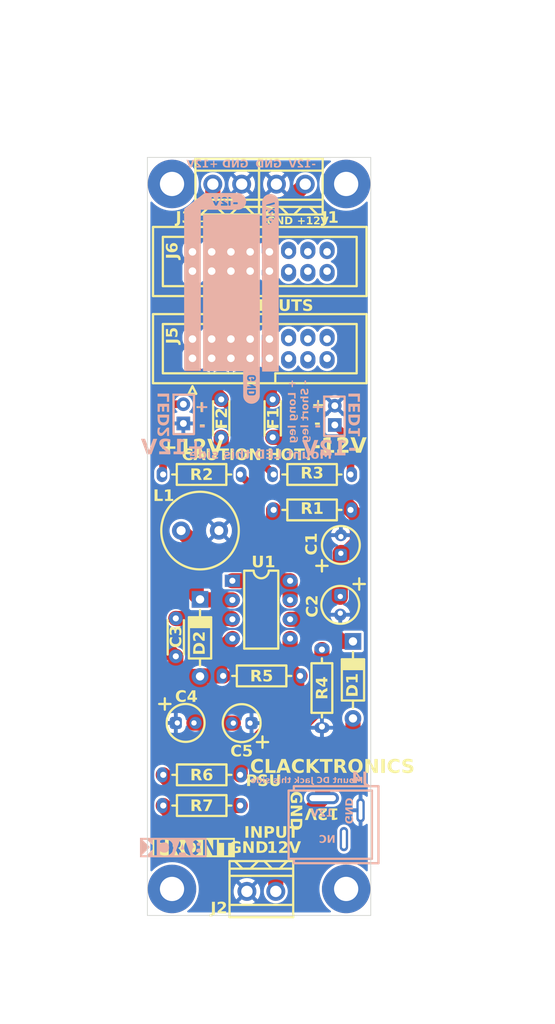
<source format=kicad_pcb>
(kicad_pcb (version 20240108) (generator "pcbnew") (generator_version "8.0")
  (layers (0 "F.Cu" signal) (31 "B.Cu" signal) (34 "B.Paste" user) (35 "F.Paste" user) (36 "B.SilkS" user "B.Silkscreen") (37 "F.SilkS" user "F.Silkscreen") (38 "B.Mask" user) (39 "F.Mask" user) (44 "Edge.Cuts" user))
  (net 0 "")
  (net 1 "VCC")
  (net 2 "GND")
  (net 3 "Net-(U1-TC)")
  (net 4 "Net-(D2-A)")
  (net 5 "Net-(D1-A)")
  (net 6 "Net-(R4-Pad2)")
  (net 7 "-12V")
  (net 8 "+12V")
  (net 22 "Net-(LED1-K)")
  (net 23 "Net-(LED2-A)")
  (net 24 "Net-(U1-DC)")
  (net 25 "Net-(U1-Vfb)")
  (net 26 "Net-(R6-Pad1)")
  (net 27 "Net-(D2-K)")
  (footprint "BYOM_General:L_Radial_D10.0mm_P5.00mm_Neosid_SD12_style3" (layer "F.Cu") (at 124.7 95.225)
    (property "Reference" "L1" (at -2.3 -4.525 0) (layer "F.SilkS") (effects (font (size 1.5 1.5) (thickness 0.3) (bold yes))))
    (property "Value" "220μH")
    (pad "1" thru_hole circle (at 0 0) (size 2.4 2.4) (drill 1.2) (layers "*.Cu" "*.Mask") (net 27 "Net-(D2-K)"))
    (pad "2" thru_hole circle (at 5 0) (size 2.4 2.4) (drill 1.2) (layers "*.Cu" "*.Mask") (net 2 "GND"))
  )
  (footprint "BYOM_General:R_TH_Axial_250mw_P10.16mm_Horizontal" (layer "F.Cu") (at 122.32 87.825)
    (property "Reference" "R2" (at 5.08 0.1 0) (layer "F.SilkS") (effects (font (size 1.5 1.5) (thickness 0.2) (bold yes))))
    (property "Value" "1.5kΩ")
    (pad "1" thru_hole oval (at 0 0 180) (size 1.4 2) (drill 0.8 (offset 0.15 0)) (layers "*.Cu" "*.Mask") (net 23 "Net-(LED2-A)"))
    (pad "2" thru_hole oval (at 10.16 0) (size 1.4 2) (drill 0.8 (offset 0.15 0)) (layers "*.Cu" "*.Mask") (net 8 "+12V"))
  )
  (footprint "BYOM_General:R_TH_Axial_250mw_P10.16mm_Horizontal" (layer "F.Cu") (at 122.34 127.45)
    (property "Reference" "R6" (at 5.08 0.1 0) (layer "F.SilkS") (effects (font (size 1.5 1.5) (thickness 0.2) (bold yes))))
    (property "Value" "1.5kΩ")
    (pad "1" thru_hole oval (at 0 0 180) (size 1.4 2) (drill 0.8 (offset 0.15 0)) (layers "*.Cu" "*.Mask") (net 26 "Net-(R6-Pad1)"))
    (pad "2" thru_hole oval (at 10.16 0) (size 1.4 2) (drill 0.8 (offset 0.15 0)) (layers "*.Cu" "*.Mask") (net 25 "Net-(U1-Vfb)"))
  )
  (footprint "BYOM_General:IDC-Header_2x08_P2.54mm_Vertical" (layer "F.Cu") (at 126.2 61 90)
    (property "Reference" "J6" (at 2.7 -2.6 90) (layer "F.SilkS") (effects (font (size 1.5 1.5) (thickness 0.2) (bold yes))))
    (property "Value" "EURORACK_16_PIN")
    (pad "1" thru_hole roundrect (at 0 0 90) (size 2.3 2) (drill 1 (offset -0.2 0)) (layers "*.Cu" "*.Mask") (roundrect_rratio 0.147059) (net 7 "-12V"))
    (pad "2" thru_hole oval (at 2.54 0 90) (size 2.3 2) (drill 1 (offset 0.2 0)) (layers "*.Cu" "*.Mask") (net 7 "-12V"))
    (pad "3" thru_hole oval (at 0 2.54 90) (size 2.3 2) (drill 1 (offset -0.2 0)) (layers "*.Cu" "*.Mask") (net 2 "GND"))
    (pad "4" thru_hole oval (at 2.54 2.54 90) (size 2.3 2) (drill 1 (offset 0.2 0)) (layers "*.Cu" "*.Mask") (net 2 "GND"))
    (pad "5" thru_hole oval (at 0 5.08 90) (size 2.3 2) (drill 1 (offset -0.2 0)) (layers "*.Cu" "*.Mask") (net 2 "GND"))
    (pad "6" thru_hole oval (at 2.54 5.08 90) (size 2.3 2) (drill 1 (offset 0.2 0)) (layers "*.Cu" "*.Mask") (net 2 "GND"))
    (pad "7" thru_hole oval (at 0 7.62 90) (size 2.3 2) (drill 1 (offset -0.2 0)) (layers "*.Cu" "*.Mask") (net 2 "GND"))
    (pad "8" thru_hole oval (at 2.54 7.62 90) (size 2.3 2) (drill 1 (offset 0.2 0)) (layers "*.Cu" "*.Mask") (net 2 "GND"))
    (pad "9" thru_hole oval (at 0 10.16 90) (size 2.3 2) (drill 1 (offset -0.2 0)) (layers "*.Cu" "*.Mask") (net 8 "+12V"))
    (pad "10" thru_hole oval (at 2.54 10.16 90) (size 2.3 2) (drill 1 (offset 0.2 0)) (layers "*.Cu" "*.Mask") (net 8 "+12V"))
    (pad "11" thru_hole oval (at 0 12.7 90) (size 2.3 2) (drill 1 (offset -0.2 0)) (layers "*.Cu" "*.Mask"))
    (pad "12" thru_hole oval (at 2.54 12.7 90) (size 2.3 2) (drill 1 (offset 0.2 0)) (layers "*.Cu" "*.Mask"))
    (pad "13" thru_hole oval (at 0 15.24 90) (size 2.3 2) (drill 1 (offset -0.2 0)) (layers "*.Cu" "*.Mask"))
    (pad "14" thru_hole oval (at 2.54 15.24 90) (size 2.3 2) (drill 1 (offset 0.2 0)) (layers "*.Cu" "*.Mask"))
    (pad "15" thru_hole oval (at 0 17.78 90) (size 2.3 2) (drill 1 (offset -0.2 0)) (layers "*.Cu" "*.Mask"))
    (pad "16" thru_hole oval (at 2.54 17.78 90) (size 2.3 2) (drill 1 (offset 0.2 0)) (layers "*.Cu" "*.Mask"))
  )
  (footprint "BYOM_General:C_TH_Elec_5mm_P2mm" (layer "F.Cu") (at 145.8 97.125 90)
    (property "Reference" "C1" (at 0.125 -3.8 90) (layer "F.SilkS") (effects (font (size 1.5 1.5) (thickness 0.2) (bold yes))))
    (property "Value" "100μF")
    (pad "1" thru_hole roundrect (at -1.1 0 270) (size 1.6 1.6) (drill 0.7 (offset 0.2 0)) (layers "*.Cu" "*.Mask") (net 1 "VCC"))
    (pad "2" thru_hole oval (at 1.1 0 270) (size 1.6 1.6) (drill 0.7 (offset -0.2 0)) (layers "*.Cu" "*.Mask") (net 2 "GND"))
  )
  (footprint "BYOM_General:C_TH_Disc_P5.00mm" (layer "F.Cu") (at 124 106.81 -90)
    (property "Reference" "C3" (at 2.4 -0.1 -90) (layer "F.SilkS") (effects (font (size 1.5 1.5) (thickness 0.2) (bold yes))))
    (property "Value" "220pF")
    (pad "1" thru_hole circle (at 0 0 270) (size 1.8 1.8) (drill 0.8) (layers "*.Cu" "*.Mask") (net 3 "Net-(U1-TC)"))
    (pad "2" thru_hole circle (at 5 0 270) (size 1.8 1.8) (drill 0.8) (layers "*.Cu" "*.Mask") (net 4 "Net-(D2-A)"))
  )
  (footprint "BYOM_General:C_TH_Disc_P5.00mm" (layer "F.Cu") (at 130 82.925 90)
    (property "Reference" "F2" (at 2.5 0.15 90) (layer "F.SilkS") (effects (font (size 1.5 1.5) (thickness 0.2) (bold yes))))
    (property "Value" "JK60-030")
    (pad "1" thru_hole circle (at 0 0 90) (size 1.8 1.8) (drill 0.8) (layers "*.Cu" "*.Mask") (net 4 "Net-(D2-A)"))
    (pad "2" thru_hole circle (at 5 0 90) (size 1.8 1.8) (drill 0.8) (layers "*.Cu" "*.Mask") (net 7 "-12V"))
  )
  (footprint "BYOM_General:R_TH_Axial_250mw_P10.16mm_Horizontal" (layer "F.Cu") (at 143.3 121.08 90)
    (property "Reference" "R4" (at 5.08 0.1 90) (layer "F.SilkS") (effects (font (size 1.5 1.5) (thickness 0.2) (bold yes))))
    (property "Value" "10kΩ")
    (pad "1" thru_hole oval (at 0 0 270) (size 1.4 2) (drill 0.8 (offset 0.15 0)) (layers "*.Cu" "*.Mask") (net 2 "GND"))
    (pad "2" thru_hole oval (at 10.16 0 90) (size 1.4 2) (drill 0.8 (offset 0.15 0)) (layers "*.Cu" "*.Mask") (net 6 "Net-(R4-Pad2)"))
  )
  (footprint "MountingHole:MountingHole_3.2mm_M3_Pad" (layer "F.Cu") (at 123.5 49.5)
    (property "Reference" "REF**" (hide yes))
    (property "Value" "MountingHole_3.2mm_M3_Pad" (hide yes))
    (pad "1" thru_hole circle (at 0 0) (size 6.4 6.4) (drill 3.2) (layers "*.Cu" "*.Mask"))
  )
  (footprint "BYOM_General:C_TH_Elec_5mm_P2mm" (layer "F.Cu") (at 145.725 105.025 -90)
    (property "Reference" "C2" (at 0.175 3.625 -90) (layer "F.SilkS") (effects (font (size 1.5 1.5) (thickness 0.2) (bold yes))))
    (property "Value" "100μF")
    (pad "1" thru_hole roundrect (at -1.1 0 90) (size 1.6 1.6) (drill 0.7 (offset 0.2 0)) (layers "*.Cu" "*.Mask") (net 1 "VCC"))
    (pad "2" thru_hole oval (at 1.1 0 90) (size 1.6 1.6) (drill 0.7 (offset -0.2 0)) (layers "*.Cu" "*.Mask") (net 2 "GND"))
  )
  (footprint "BYOM_General:5.08 01X02" (layer "F.Cu") (at 130.794996 49.825)
    (property "Reference" "J3" (at -5.694996 4.175 0) (layer "F.SilkS") (effects (font (size 1.5 1.5) (thickness 0.2) (bold yes))))
    (property "Value" "-12V")
    (pad "1" thru_hole circle (at -1.905004 -0.3) (size 2.5 2.5) (drill 1.500025) (layers "*.Cu" "*.Mask") (net 7 "-12V"))
    (pad "2" thru_hole circle (at 1.905004 -0.3) (size 2.5 2.5) (drill 1.500025) (layers "*.Cu" "*.Mask") (net 2 "GND"))
  )
  (footprint "BYOM_General:5.08 01X02" (layer "F.Cu") (at 135.3 142.525 180)
    (property "Reference" "J2" (at 5.6 -2.575 180) (layer "F.SilkS") (effects (font (size 1.5 1.5) (thickness 0.2) (bold yes))))
    (property "Value" "12V Input Screw terminal")
    (pad "1" thru_hole circle (at -1.905004 -0.3 180) (size 2.5 2.5) (drill 1.500025) (layers "*.Cu" "*.Mask") (net 5 "Net-(D1-A)"))
    (pad "2" thru_hole circle (at 1.905004 -0.3 180) (size 2.5 2.5) (drill 1.500025) (layers "*.Cu" "*.Mask") (net 2 "GND"))
  )
  (footprint "BYOM_General:R_TH_Axial_250mw_P10.16mm_Horizontal" (layer "F.Cu") (at 122.34 131.5)
    (property "Reference" "R7" (at 5.08 0.1 0) (layer "F.SilkS") (effects (font (size 1.5 1.5) (thickness 0.2) (bold yes))))
    (property "Value" "1.5kΩ")
    (pad "1" thru_hole oval (at 0 0 180) (size 1.4 2) (drill 0.8 (offset 0.15 0)) (layers "*.Cu" "*.Mask") (net 6 "Net-(R4-Pad2)"))
    (pad "2" thru_hole oval (at 10.16 0) (size 1.4 2) (drill 0.8 (offset 0.15 0)) (layers "*.Cu" "*.Mask") (net 26 "Net-(R6-Pad1)"))
  )
  (footprint "BYOM_General:5.08 01X02" (layer "F.Cu") (at 139.194996 49.825)
    (property "Reference" "J1" (at 5.205004 4.175 0) (layer "F.SilkS") (effects (font (size 1.5 1.5) (thickness 0.2) (bold yes))))
    (property "Value" "+12V")
    (pad "1" thru_hole circle (at -1.905004 -0.3) (size 2.5 2.5) (drill 1.500025) (layers "*.Cu" "*.Mask") (net 2 "GND"))
    (pad "2" thru_hole circle (at 1.905004 -0.3) (size 2.5 2.5) (drill 1.500025) (layers "*.Cu" "*.Mask") (net 8 "+12V"))
  )
  (footprint "BYOM_General:D_TH_DO-41_P10.16mm" (layer "F.Cu") (at 127.2 104.3 -90)
    (property "Reference" "D2" (at 5.775 0 -90) (layer "F.SilkS") (effects (font (size 1.5 1.5) (thickness 0.2) (bold yes))))
    (property "Value" "1N5817")
    (pad "1" thru_hole rect (at 0 0 270) (size 2.2 2.2) (drill 1.1) (layers "*.Cu" "*.Mask") (net 27 "Net-(D2-K)"))
    (pad "2" thru_hole oval (at 10.16 0 270) (size 2.2 2.2) (drill 1.1) (layers "*.Cu" "*.Mask") (net 4 "Net-(D2-A)"))
  )
  (footprint "BYOM_General:R_TH_Axial_250mw_P10.16mm_Horizontal" (layer "F.Cu") (at 147.08 92.5 180)
    (property "Reference" "R1" (at 5.08 0.1 180) (layer "F.SilkS") (effects (font (size 1.5 1.5) (thickness 0.2) (bold yes))))
    (property "Value" "1Ω")
    (pad "1" thru_hole oval (at 0 0) (size 1.4 2) (drill 0.8 (offset 0.15 0)) (layers "*.Cu" "*.Mask") (net 1 "VCC"))
    (pad "2" thru_hole oval (at 10.16 0 180) (size 1.4 2) (drill 0.8 (offset 0.15 0)) (layers "*.Cu" "*.Mask") (net 24 "Net-(U1-DC)"))
  )
  (footprint "BYOM_General:IDC-Header_2x08_P2.54mm_Vertical" (layer "F.Cu") (at 126.2 72.5 90)
    (property "Reference" "J5" (at 3 -2.6 90) (layer "F.SilkS") (effects (font (size 1.5 1.5) (thickness 0.2) (bold yes))))
    (property "Value" "EURORACK_16_PIN")
    (pad "1" thru_hole roundrect (at 0 0 90) (size 2.3 2) (drill 1 (offset -0.2 0)) (layers "*.Cu" "*.Mask") (roundrect_rratio 0.147059) (net 7 "-12V"))
    (pad "2" thru_hole oval (at 2.54 0 90) (size 2.3 2) (drill 1 (offset 0.2 0)) (layers "*.Cu" "*.Mask") (net 7 "-12V"))
    (pad "3" thru_hole oval (at 0 2.54 90) (size 2.3 2) (drill 1 (offset -0.2 0)) (layers "*.Cu" "*.Mask") (net 2 "GND"))
    (pad "4" thru_hole oval (at 2.54 2.54 90) (size 2.3 2) (drill 1 (offset 0.2 0)) (layers "*.Cu" "*.Mask") (net 2 "GND"))
    (pad "5" thru_hole oval (at 0 5.08 90) (size 2.3 2) (drill 1 (offset -0.2 0)) (layers "*.Cu" "*.Mask") (net 2 "GND"))
    (pad "6" thru_hole oval (at 2.54 5.08 90) (size 2.3 2) (drill 1 (offset 0.2 0)) (layers "*.Cu" "*.Mask") (net 2 "GND"))
    (pad "7" thru_hole oval (at 0 7.62 90) (size 2.3 2) (drill 1 (offset -0.2 0)) (layers "*.Cu" "*.Mask") (net 2 "GND"))
    (pad "8" thru_hole oval (at 2.54 7.62 90) (size 2.3 2) (drill 1 (offset 0.2 0)) (layers "*.Cu" "*.Mask") (net 2 "GND"))
    (pad "9" thru_hole oval (at 0 10.16 90) (size 2.3 2) (drill 1 (offset -0.2 0)) (layers "*.Cu" "*.Mask") (net 8 "+12V"))
    (pad "10" thru_hole oval (at 2.54 10.16 90) (size 2.3 2) (drill 1 (offset 0.2 0)) (layers "*.Cu" "*.Mask") (net 8 "+12V"))
    (pad "11" thru_hole oval (at 0 12.7 90) (size 2.3 2) (drill 1 (offset -0.2 0)) (layers "*.Cu" "*.Mask"))
    (pad "12" thru_hole oval (at 2.54 12.7 90) (size 2.3 2) (drill 1 (offset 0.2 0)) (layers "*.Cu" "*.Mask"))
    (pad "13" thru_hole oval (at 0 15.24 90) (size 2.3 2) (drill 1 (offset -0.2 0)) (layers "*.Cu" "*.Mask"))
    (pad "14" thru_hole oval (at 2.54 15.24 90) (size 2.3 2) (drill 1 (offset 0.2 0)) (layers "*.Cu" "*.Mask"))
    (pad "15" thru_hole oval (at 0 17.78 90) (size 2.3 2) (drill 1 (offset -0.2 0)) (layers "*.Cu" "*.Mask"))
    (pad "16" thru_hole oval (at 2.54 17.78 90) (size 2.3 2) (drill 1 (offset 0.2 0)) (layers "*.Cu" "*.Mask"))
  )
  (footprint "BYOM_General:DIP-8_W7.62mm_LongPads" (layer "F.Cu") (at 131.475 101.845)
    (property "Reference" "U1" (at 4.1 -2.4 0) (layer "F.SilkS") (effects (font (size 1.5 1.5) (thickness 0.2) (bold yes))))
    (property "Value" "MC34063AD")
    (pad "1" thru_hole rect (at 0 0) (size 2 1.6) (drill 0.8) (layers "*.Cu" "*.Mask") (net 24 "Net-(U1-DC)"))
    (pad "2" thru_hole oval (at 0 2.54) (size 2 1.6) (drill 0.8) (layers "*.Cu" "*.Mask") (net 27 "Net-(D2-K)"))
    (pad "3" thru_hole oval (at 0 5.08) (size 2 1.6) (drill 0.8) (layers "*.Cu" "*.Mask") (net 3 "Net-(U1-TC)"))
    (pad "4" thru_hole oval (at 0 7.62) (size 2 1.6) (drill 0.8) (layers "*.Cu" "*.Mask") (net 4 "Net-(D2-A)"))
    (pad "5" thru_hole oval (at 7.62 7.62) (size 2 1.6) (drill 0.8) (layers "*.Cu" "*.Mask") (net 25 "Net-(U1-Vfb)"))
    (pad "6" thru_hole oval (at 7.62 5.08) (size 2 1.6) (drill 0.8) (layers "*.Cu" "*.Mask") (net 1 "VCC"))
    (pad "7" thru_hole oval (at 7.62 2.54) (size 2 1.6) (drill 0.8) (layers "*.Cu" "*.Mask") (net 24 "Net-(U1-DC)"))
    (pad "8" thru_hole oval (at 7.62 0) (size 2 1.6) (drill 0.8) (layers "*.Cu" "*.Mask") (net 24 "Net-(U1-DC)"))
  )
  (footprint "MountingHole:MountingHole_3.2mm_M3_Pad" (layer "F.Cu") (at 146.5 49.5)
    (property "Reference" "REF**" (hide yes))
    (property "Value" "MountingHole_3.2mm_M3_Pad" (hide yes))
    (pad "1" thru_hole circle (at 0 0) (size 6.4 6.4) (drill 3.2) (layers "*.Cu" "*.Mask"))
  )
  (footprint "BYOM_General:C_TH_Elec_5mm_P2mm" (layer "F.Cu") (at 132.7 120.625 180)
    (property "Reference" "C5" (at 0 -3.775 180) (layer "F.SilkS") (effects (font (size 1.5 1.5) (thickness 0.2) (bold yes))))
    (property "Value" "100μF")
    (pad "1" thru_hole roundrect (at -1.1 0) (size 1.6 1.6) (drill 0.7 (offset 0.2 0)) (layers "*.Cu" "*.Mask") (net 2 "GND"))
    (pad "2" thru_hole oval (at 1.1 0) (size 1.6 1.6) (drill 0.7 (offset -0.2 0)) (layers "*.Cu" "*.Mask") (net 4 "Net-(D2-A)"))
  )
  (footprint "MountingHole:MountingHole_3.2mm_M3_Pad" (layer "F.Cu") (at 123.5 142.5)
    (property "Reference" "REF**" (hide yes))
    (property "Value" "MountingHole_3.2mm_M3_Pad" (hide yes))
    (pad "1" thru_hole circle (at 0 0) (size 6.4 6.4) (drill 3.2) (layers "*.Cu" "*.Mask"))
  )
  (footprint "BYOM_General:C_TH_Disc_P5.00mm" (layer "F.Cu") (at 136.8 82.925 90)
    (property "Reference" "F1" (at 2.5 0.15 90) (layer "F.SilkS") (effects (font (size 1.5 1.5) (thickness 0.2) (bold yes))))
    (property "Value" "JK60-030")
    (pad "1" thru_hole circle (at 0 0 90) (size 1.8 1.8) (drill 0.8) (layers "*.Cu" "*.Mask") (net 1 "VCC"))
    (pad "2" thru_hole circle (at 5 0 90) (size 1.8 1.8) (drill 0.8) (layers "*.Cu" "*.Mask") (net 8 "+12V"))
  )
  (footprint "BYOM_General:D_TH_DO-41_P10.16mm" (layer "F.Cu") (at 147.4 109.845 -90)
    (property "Reference" "D1" (at 5.775 0 -90) (layer "F.SilkS") (effects (font (size 1.5 1.5) (thickness 0.2) (bold yes))))
    (property "Value" "1N5817")
    (pad "1" thru_hole rect (at 0 0 270) (size 2.2 2.2) (drill 1.1) (layers "*.Cu" "*.Mask") (net 1 "VCC"))
    (pad "2" thru_hole oval (at 10.16 0 270) (size 2.2 2.2) (drill 1.1) (layers "*.Cu" "*.Mask") (net 5 "Net-(D1-A)"))
  )
  (footprint "BYOM_General:R_TH_Axial_250mw_P10.16mm_Horizontal" (layer "F.Cu") (at 147.08 87.825 180)
    (property "Reference" "R3" (at 5.08 0.1 180) (layer "F.SilkS") (effects (font (size 1.5 1.5) (thickness 0.2) (bold yes))))
    (property "Value" "1.5kΩ")
    (pad "1" thru_hole oval (at 0 0) (size 1.4 2) (drill 0.8 (offset 0.15 0)) (layers "*.Cu" "*.Mask") (net 22 "Net-(LED1-K)"))
    (pad "2" thru_hole oval (at 10.16 0 180) (size 1.4 2) (drill 0.8 (offset 0.15 0)) (layers "*.Cu" "*.Mask") (net 7 "-12V"))
  )
  (footprint "MountingHole:MountingHole_3.2mm_M3_Pad" (layer "F.Cu") (at 146.5 142.5)
    (property "Reference" "REF**" (hide yes))
    (property "Value" "MountingHole_3.2mm_M3_Pad" (hide yes))
    (pad "1" thru_hole circle (at 0 0) (size 6.4 6.4) (drill 3.2) (layers "*.Cu" "*.Mask"))
  )
  (footprint "BYOM_General:R_TH_Axial_250mw_P10.16mm_Horizontal" (layer "F.Cu") (at 130.25 114.4)
    (property "Reference" "R5" (at 5.08 0.1 0) (layer "F.SilkS") (effects (font (size 1.5 1.5) (thickness 0.2) (bold yes))))
    (property "Value" "1.5kΩ")
    (pad "1" thru_hole oval (at 0 0 180) (size 1.4 2) (drill 0.8 (offset 0.15 0)) (layers "*.Cu" "*.Mask") (net 4 "Net-(D2-A)"))
    (pad "2" thru_hole oval (at 10.16 0) (size 1.4 2) (drill 0.8 (offset 0.15 0)) (layers "*.Cu" "*.Mask") (net 25 "Net-(U1-Vfb)"))
  )
  (footprint "BYOM_General:C_TH_Elec_5mm_P2mm" (layer "F.Cu") (at 125.3 120.6)
    (property "Reference" "C4" (at 0.1 -3.4 0) (layer "F.SilkS") (effects (font (size 1.5 1.5) (thickness 0.2) (bold yes))))
    (property "Value" "100μF")
    (pad "1" thru_hole roundrect (at -1.1 0 180) (size 1.6 1.6) (drill 0.7 (offset 0.2 0)) (layers "*.Cu" "*.Mask") (net 2 "GND"))
    (pad "2" thru_hole oval (at 1.1 0 180) (size 1.6 1.6) (drill 0.7 (offset -0.2 0)) (layers "*.Cu" "*.Mask") (net 4 "Net-(D2-A)"))
  )
  (footprint "kibuzzard-63C13629" (layer "B.Cu") (at 136.5 53.1 90)
    (property "Reference" "kibuzzard-63C13629" (hide yes))
    (property "Value" "G***" (hide yes))
  )
  (footprint "BYOM_General:LED_D3.0mm" (layer "B.Cu") (at 145 80.025 90)
    (property "Reference" "LED1" (at 0.075 2.7 90) (layer "B.SilkS") (effects (font (size 1.5 1.5) (thickness 0.2) (bold yes)) (justify mirror)))
    (property "Value" "LED")
    (pad "1" thru_hole rect (at -1.27 0 90) (size 1.8 1.8) (drill 0.9) (layers "*.Cu" "*.Mask") (net 22 "Net-(LED1-K)"))
    (pad "2" thru_hole circle (at 1.27 0 90) (size 1.8 1.8) (drill 0.9) (layers "*.Cu" "*.Mask") (net 2 "GND"))
  )
  (footprint "kibuzzard-6399AAFB" (layer "B.Cu") (at 130.9 51.8 180)
    (property "Reference" "kibuzzard-6399AAFB" (hide yes))
    (property "Value" "G***" (hide yes))
  )
  (footprint "BYOM_General:LED_D3.0mm" (layer "B.Cu") (at 125 79.825 90)
    (property "Reference" "LED2" (at -0.125 -2.5 90) (layer "B.SilkS") (effects (font (size 1.5 1.5) (thickness 0.2) (bold yes)) (justify mirror)))
    (property "Value" "LED")
    (pad "1" thru_hole rect (at -1.27 0 90) (size 1.8 1.8) (drill 0.9) (layers "*.Cu" "*.Mask") (net 2 "GND"))
    (pad "2" thru_hole circle (at 1.27 0 90) (size 1.8 1.8) (drill 0.9) (layers "*.Cu" "*.Mask") (net 23 "Net-(LED2-A)"))
  )
  (footprint "BYOM_General:DC-IN-TH_DC-012A-20A" (layer "B.Cu") (at 144.833833 134.024924 180)
    (property "Reference" "J4" (at -3.4 6.1 180) (layer "B.SilkS") (effects (font (size 1.5 1.5) (thickness 0.3) (bold yes)) (justify mirror)))
    (property "Value" "12V input")
    (pad "1" thru_hole oval (at 1.432563 3.500127 90) (size 1.6 4.3) (drill oval 0.8 3.5) (layers "*.Cu" "*.Mask") (net 5 "Net-(D1-A)"))
    (pad "2" thru_hole oval (at -3.566167 1.899924) (size 1.1 3.2) (drill oval 0.500025 2.5) (layers "*.Cu" "*.Mask") (net 2 "GND"))
    (pad "3" thru_hole oval (at -1.366523 -1.899924) (size 1.1 3.2) (drill oval 0.500025 2.5) (layers "*.Cu" "*.Mask"))
  )
  (footprint "kibuzzard-63C1369E" (layer "B.Cu") (at 134 76.35 -90)
    (property "Reference" "kibuzzard-63C1369E" (hide yes))
    (property "Value" "G***" (hide yes))
  )
  (gr_rect (start 125.1 53.5) (end 127.3 74.15) (fill solid) (layer "B.SilkS"))
  (gr_rect (start 143.6 77.55) (end 146.3 82.75) (stroke (width 0.3)) (fill none) (layer "B.SilkS"))
  (gr_rect (start 127.6 53.5) (end 135.1 74.2) (fill solid) (layer "B.SilkS"))
  (gr_rect (start 123.7 77.3) (end 126.4 82.5) (stroke (width 0.3)) (fill none) (layer "B.SilkS"))
  (gr_poly (pts (xy 128.6 52.9) (xy 127.3 52.9) (xy 127.3 53.8) (xy 125.1 53.8) (xy 125.1 52.8) (xy 127.8 50.7) (xy 128.6 50.7)) (fill solid) (layer "B.SilkS"))
  (gr_rect (start 135.4 55.3) (end 137.6 74.25) (fill solid) (layer "B.SilkS"))
  (gr_line (start 149.75 46) (end 120.25 46) (stroke (width 0.1)) (layer "Edge.Cuts"))
  (gr_line (start 120.25 146) (end 149.75 146) (stroke (width 0.1)) (layer "Edge.Cuts"))
  (gr_line (start 120.25 46) (end 120.25 146) (stroke (width 0.1)) (layer "Edge.Cuts"))
  (gr_line (start 149.75 46) (end 149.75 146) (stroke (width 0.1)) (layer "Edge.Cuts"))
  (gr_text "GND" (at 133.6 47.5 -0) (layer "B.SilkS") (effects (font (size 1 1) (thickness 0.2) (bold yes)) (justify left bottom mirror)))
  (gr_text "BACK" (at 128.1 138.4 0) (layer "B.SilkS" knockout) (effects (font (size 2 2) (thickness 0.2) (bold yes)) (justify left bottom mirror)))
  (gr_text "12V" (at 143.3 132.55 0) (layer "B.SilkS") (effects (font (size 1 1) (thickness 0.2) (bold yes)) (justify mirror)))
  (gr_text "-" (at 127.5 81.5 180) (layer "B.SilkS") (effects (font (size 1.5 1.5) (thickness 0.25) (bold yes))))
  (gr_text "+12V" (at 127.8 85.5 0) (layer "B.SilkS") (effects (font (size 2 2) (thickness 0.2) (bold yes)) (justify left bottom mirror)))
  (gr_text "NC" (at 144 136 0) (layer "B.SilkS") (effects (font (size 1 1) (thickness 0.2) (bold yes)) (justify mirror)))
  (gr_text "Mount DC Jack this side" (at 141.3 128.2 0) (layer "B.SilkS") (effects (font (size 0.8 0.8) (thickness 0.2) (bold yes)) (justify mirror)))
  (gr_text "+ Long leg\n- Short leg" (at 140.25 79.5 90) (layer "B.SilkS") (effects (font (size 1 1) (thickness 0.25) (bold yes)) (justify mirror)))
  (gr_text "+12V" (at 129.6 47.5 -0) (layer "B.SilkS") (effects (font (size 1 1) (thickness 0.2) (bold yes)) (justify left bottom mirror)))
  (gr_text "-12V" (at 147.9 85.65 0) (layer "B.SilkS") (effects (font (size 2 2) (thickness 0.2) (bold yes)) (justify left bottom mirror)))
  (gr_text "GND" (at 138 47.5 -0) (layer "B.SilkS") (effects (font (size 1 1) (thickness 0.2) (bold yes)) (justify left bottom mirror)))
  (gr_text "Mount LED this side" (at 135.2 85.25 0) (layer "B.SilkS") (effects (font (size 1.2 1.2) (thickness 0.24) (bold yes)) (justify mirror)))
  (gr_text "GND" (at 146.8 132.2 -90) (layer "B.SilkS") (effects (font (size 1 1) (thickness 0.2) (bold yes)) (justify mirror)))
  (gr_text "+" (at 127.5 78.900002 180) (layer "B.SilkS") (effects (font (size 1.5 1.5) (thickness 0.25) (bold yes)) (justify mirror)))
  (gr_text "-12V" (at 142.5 47.5 -0) (layer "B.SilkS") (effects (font (size 1 1) (thickness 0.2) (bold yes)) (justify left bottom mirror)))
  (gr_text "-" (at 142.75 81.5 180) (layer "B.SilkS") (effects (font (size 1.5 1.5) (thickness 0.25) (bold yes))))
  (gr_text "+" (at 142.75 78.900002 180) (layer "B.SilkS") (effects (font (size 1.5 1.5) (thickness 0.25) (bold yes)) (justify mirror)))
  (gr_text "GND" (at 131.6 55 0) (layer "F.SilkS") (effects (font (size 1 1) (thickness 0.2) (bold yes)) (justify left bottom)))
  (gr_text "OUTPUTS" (at 131.07 66.5 0) (layer "F.SilkS") (effects (font (size 1.5 1.5) (thickness 0.2) (bold yes)) (justify left bottom)))
  (gr_text "-12V" (at 127.1 55 0) (layer "F.SilkS") (effects (font (size 1 1) (thickness 0.2) (bold yes)) (justify left bottom)))
  (gr_text "GND" (at 131 138 0) (layer "F.SilkS") (effects (font (size 1.5 1.5) (thickness 0.32) (bold yes)) (justify left bottom)))
  (gr_text "GND" (at 136 55 0) (layer "F.SilkS") (effects (font (size 1 1) (thickness 0.2) (bold yes)) (justify left bottom)))
  (gr_text "-" (at 127.5 81.4 180) (layer "F.SilkS") (effects (font (size 1.5 1.5) (thickness 0.15) (bold yes))))
  (gr_text "+12V" (at 121.9 85.5 0) (layer "F.SilkS") (effects (font (size 2 2) (thickness 0.2) (bold yes)) (justify left bottom)))
  (gr_text "GND" (at 139.8 132.2 -90) (layer "F.SilkS") (effects (font (size 1.5 1.5) (thickness 0.2) (bold yes))))
  (gr_text "+" (at 127.4 78.9 180) (layer "F.SilkS") (effects (font (size 1.5 1.5) (thickness 0.15) (bold yes))))
  (gr_text "12V" (at 136 138 0) (layer "F.SilkS") (effects (font (size 1.5 1.5) (thickness 0.32) (bold yes)) (justify left bottom)))
  (gr_text "CAUTION HOT!" (at 133.4 85.3 0) (layer "F.SilkS") (effects (font (size 1.5 1.5) (thickness 0.15) (bold yes))))
  (gr_text "-" (at 142.7 81.1 0) (layer "F.SilkS") (effects (font (size 1.5 1.5) (thickness 0.15) (bold yes))))
  (gr_text "12V" (at 143.3 132.5 180) (layer "F.SilkS") (effects (font (size 1.5 1.5) (thickness 0.2) (bold yes))))
  (gr_text "FRONT" (at 120.9 138.4 0) (layer "F.SilkS" knockout) (effects (font (size 2 2) (thickness 0.2) (bold yes)) (justify left bottom)))
  (gr_text "+" (at 142.8 78.7 0) (layer "F.SilkS") (effects (font (size 1.5 1.5) (thickness 0.15) (bold yes))))
  (gr_text "+12V" (at 140 55 0) (layer "F.SilkS") (effects (font (size 1 1) (thickness 0.2) (bold yes)) (justify left bottom)))
  (gr_text "INPUT" (at 133 136 0) (layer "F.SilkS") (effects (font (size 1.5 1.5) (thickness 0.2) (bold yes)) (justify left bottom)))
  (gr_text "CLACKTRONICS" (at 133.8 127.5 0) (layer "F.SilkS") (effects (font (size 1.8 1.8) (thickness 0.4) (bold yes)) (justify left bottom)))
  (gr_text "-12V" (at 142 85.3 0) (layer "F.SilkS") (effects (font (size 2 2) (thickness 0.2) (bold yes)) (justify left bottom)))
  (gr_text "PSU" (at 135.6 128.3 0) (layer "F.SilkS") (effects (font (size 1.5 1.5) (thickness 0.2) (bold yes))))
  (segment (start 146.628428 98.125) (end 147.98 96.773428) (width 2) (layer "F.Cu") (net 1))
  (segment (start 145.8 98.125) (end 146.628428 98.125) (width 2) (layer "F.Cu") (net 1))
  (segment (start 147.08 92.28) (end 137.725 82.925) (width 2) (layer "F.Cu") (net 1))
  (segment (start 147.08 92.5) (end 147.08 92.28) (width 2) (layer "F.Cu") (net 1))
  (segment (start 145.725 104.025) (end 145.725 98.2) (width 2) (layer "F.Cu") (net 1))
  (segment (start 147.98 93.4) (end 147.08 92.5) (width 2) (layer "F.Cu") (net 1))
  (segment (start 144.075 103.925) (end 145.725 103.925) (width 2) (layer "F.Cu") (net 1))
  (segment (start 145.725 98.2) (end 145.8 98.125) (width 2) (layer "F.Cu") (net 1))
  (segment (start 142.9 106.925) (end 139.095 106.925) (width 2) (layer "F.Cu") (net 1))
  (segment (start 137.725 82.925) (end 136.8 82.925) (width 2) (layer "F.Cu") (net 1))
  (segment (start 142.9 106.925) (end 142.9 105.1) (width 2) (layer "F.Cu") (net 1))
  (segment (start 145.82 109.845) (end 142.9 106.925) (width 2) (layer "F.Cu") (net 1))
  (segment (start 147.98 96.773428) (end 147.98 93.4) (width 2) (layer "F.Cu") (net 1))
  (segment (start 147.4 109.845) (end 145.82 109.845) (width 2) (layer "F.Cu") (net 1))
  (segment (start 142.9 105.1) (end 144.075 103.925) (width 2) (layer "F.Cu") (net 1))
  (segment (start 131.28 72.5) (end 131.28 58.46) (width 2) (layer "F.Cu") (net 2))
  (segment (start 128.74 72.5) (end 128.74 58.46) (width 2) (layer "F.Cu") (net 2))
  (segment (start 133.82 72.5) (end 133.82 58.46) (width 2) (layer "F.Cu") (net 2))
  (segment (start 124 106.81) (end 124.015 106.825) (width 2) (layer "F.Cu") (net 3))
  (segment (start 124.015 106.825) (end 131.375 106.825) (width 2) (layer "F.Cu") (net 3))
  (segment (start 131.375 106.825) (end 131.475 106.925) (width 2) (layer "F.Cu") (net 3))
  (segment (start 125.035 114.46) (end 124 113.425) (width 2) (layer "F.Cu") (net 4))
  (segment (start 124 113.425) (end 124 111.81) (width 2) (layer "F.Cu") (net 4))
  (segment (start 127.2 114.46) (end 125.035 114.46) (width 2) (layer "F.Cu") (net 4))
  (segment (start 123.81 111.81) (end 124 111.81) (width 2) (layer "F.Cu") (net 4))
  (segment (start 129.82 111.12) (end 129.82 113.97) (width 2) (layer "F.Cu") (net 4))
  (segment (start 125.275 89.925) (end 121.74 93.46) (width 2) (layer "F.Cu") (net 4))
  (segment (start 126.425 120.625) (end 126.4 120.6) (width 2) (layer "F.Cu") (net 4))
  (segment (start 121.74 93.46) (end 121.74 109.74) (width 2) (layer "F.Cu") (net 4))
  (segment (start 121.74 109.74) (end 123.81 111.81) (width 2) (layer "F.Cu") (net 4))
  (segment (start 131.6 120.625) (end 126.425 120.625) (width 2) (layer "F.Cu") (net 4))
  (segment (start 127.2 119.8) (end 126.4 120.6) (width 2) (layer "F.Cu") (net 4))
  (segment (start 130 82.925) (end 130 89.925) (width 2) (layer "F.Cu") (net 4))
  (segment (start 130 89.925) (end 125.275 89.925) (width 2) (layer "F.Cu") (net 4))
  (segment (start 127.26 114.4) (end 127.2 114.46) (width 2) (layer "F.Cu") (net 4))
  (segment (start 127.2 114.46) (end 127.2 119.8) (width 2) (layer "F.Cu") (net 4))
  (segment (start 129.82 113.97) (end 130.25 114.4) (width 2) (layer "F.Cu") (net 4))
  (segment (start 130.25 114.4) (end 127.26 114.4) (width 2) (layer "F.Cu") (net 4))
  (segment (start 129.82 111.12) (end 131.475 109.465) (width 2) (layer "F.Cu") (net 4))
  (segment (start 137.205004 136.721063) (end 143.40127 130.524797) (width 2) (layer "F.Cu") (net 5))
  (segment (start 137.205004 142.825) (end 137.205004 136.721063) (width 2) (layer "F.Cu") (net 5))
  (segment (start 143.40127 130.524797) (end 143.40127 126.92373) (width 2) (layer "F.Cu") (net 5))
  (segment (start 143.40127 126.92373) (end 147.4 122.925) (width 2) (layer "F.Cu") (net 5))
  (segment (start 147.4 122.925) (end 147.4 120.005) (width 2) (layer "F.Cu") (net 5))
  (segment (start 143.3 118.110151) (end 143.3 110.92) (width 2) (layer "F.Cu") (net 6))
  (segment (start 135.5 132.55) (end 135.5 125.910151) (width 2) (layer "F.Cu") (net 6))
  (segment (start 122.34 131.5) (end 125.24 134.4) (width 2) (layer "F.Cu") (net 6))
  (segment (start 135.5 125.910151) (end 143.3 118.110151) (width 2) (layer "F.Cu") (net 6))
  (segment (start 125.24 134.4) (end 133.65 134.4) (width 2) (layer "F.Cu") (net 6))
  (segment (start 133.65 134.4) (end 135.5 132.55) (width 2) (layer "F.Cu") (net 6))
  (segment (start 133.9 81.825) (end 130 77.925) (width 1) (layer "F.Cu") (net 7))
  (segment (start 133.9 84.805) (end 133.9 81.825) (width 1) (layer "F.Cu") (net 7))
  (segment (start 136.92 87.825) (end 133.9 84.805) (width 1) (layer "F.Cu") (net 7))
  (segment (start 126.2 69.96) (end 126.2 72.5) (width 2) (layer "F.Cu") (net 7))
  (segment (start 126.2 74.125) (end 126.2 72.5) (width 2) (layer "F.Cu") (net 7))
  (segment (start 130 77.925) (end 126.2 74.125) (width 2) (layer "F.Cu") (net 7))
  (segment (start 126.235 69.5) (end 126.235 56.96) (width 2) (layer "F.Cu") (net 7))
  (segment (start 126.2 58.46) (end 126.2 55.225) (width 2) (layer "F.Cu") (net 7))
  (segment (start 126.2 55.225) (end 128.889992 52.535008) (width 2) (layer "F.Cu") (net 7))
  (segment (start 128.889992 52.535008) (end 128.889992 49.525) (width 2) (layer "F.Cu") (net 7))
  (segment (start 135.1 79.625) (end 136.8 77.925) (width 1) (layer "F.Cu") (net 8))
  (segment (start 136.36 77.485) (end 136.36 72.5) (width 2) (layer "F.Cu") (net 8))
  (segment (start 138.25 88.85) (end 138.25 86.892258) (width 1) (layer "F.Cu") (net 8))
  (segment (start 136.36 54.265) (end 136.36 58.46) (width 2) (layer "F.Cu") (net 8))
  (segment (start 136.8 77.925) (end 136.36 77.485) (width 2) (layer "F.Cu") (net 8))
  (segment (start 136.395 56.96) (end 136.395 69.5) (width 2) (layer "F.Cu") (net 8))
  (segment (start 138.25 86.892258) (end 135.1 83.742258) (width 1) (layer "F.Cu") (net 8))
  (segment (start 141.1 49.525) (end 136.36 54.265) (width 2) (layer "F.Cu") (net 8))
  (segment (start 136.36 69.96) (end 136.36 72.5) (width 2) (layer "F.Cu") (net 8))
  (segment (start 137.2 89.9) (end 138.25 88.85) (width 1) (layer "F.Cu") (net 8))
  (segment (start 132.48 87.825) (end 134.555 89.9) (width 1) (layer "F.Cu") (net 8))
  (segment (start 134.555 89.9) (end 137.2 89.9) (width 1) (layer "F.Cu") (net 8))
  (segment (start 135.1 83.742258) (end 135.1 79.625) (width 1) (layer "F.Cu") (net 8))
  (segment (start 147.08 83.375) (end 145 81.295) (width 1) (layer "F.Cu") (net 22))
  (segment (start 147.08 87.825) (end 147.08 83.375) (width 1) (layer "F.Cu") (net 22))
  (segment (start 125 78.555) (end 123.727208 78.555) (width 1) (layer "F.Cu") (net 23))
  (segment (start 122.32 79.962208) (end 122.32 87.825) (width 1) (layer "F.Cu") (net 23))
  (segment (start 123.727208 78.555) (end 122.32 79.962208) (width 1) (layer "F.Cu") (net 23))
  (segment (start 136.92 101.725) (end 136.8 101.845) (width 2) (layer "F.Cu") (net 24))
  (segment (start 139.095 101.845) (end 136.8 101.845) (width 2) (layer "F.Cu") (net 24))
  (segment (start 136.92 92.5) (end 136.92 101.725) (width 2) (layer "F.Cu") (net 24))
  (segment (start 136.8 101.845) (end 131.475 101.845) (width 2) (layer "F.Cu") (net 24))
  (segment (start 139.095 101.845) (end 139.095 104.385) (width 2) (layer "F.Cu") (net 24))
  (segment (start 139.98 117.707742) (end 139.98 114.83) (width 2) (layer "F.Cu") (net 25))
  (segment (start 139.98 114.83) (end 140.41 114.4) (width 2) (layer "F.Cu") (net 25))
  (segment (start 139.095 113.54) (end 140 114.445) (width 2) (layer "F.Cu") (net 25))
  (segment (start 132.5 127.45) (end 132.5 125.187742) (width 2) (layer "F.Cu") (net 25))
  (segment (start 139.095 109.465) (end 139.095 113.54) (width 2) (layer "F.Cu") (net 25))
  (segment (start 132.5 125.187742) (end 139.98 117.707742) (width 2) (layer "F.Cu") (net 25))
  (segment (start 132.5 131.5) (end 126.39 131.5) (width 2) (layer "F.Cu") (net 26))
  (segment (start 126.39 131.5) (end 122.34 127.45) (width 2) (layer "F.Cu") (net 26))
  (segment (start 127.265 104.365) (end 131.455 104.365) (width 2) (layer "F.Cu") (net 27))
  (segment (start 131.455 104.365) (end 131.475 104.385) (width 2) (layer "F.Cu") (net 27))
  (segment (start 127.2 104.3) (end 126.7 103.8) (width 2) (layer "F.Cu") (net 27))
  (segment (start 126.7 97.225) (end 124.7 95.225) (width 2) (layer "F.Cu") (net 27))
  (segment (start 126.7 103.8) (end 126.7 97.225) (width 2) (layer "F.Cu") (net 27))
  (zone (net 2) (net_name "GND") (layer "B.Cu") (connect_pads (clearance 0.33)) (min_thickness 0.254) (fill yes (thermal_gap 0.508) (thermal_bridge_width 0.508))
    (polygon (pts (xy 151 147) (xy 119 147) (xy 119 45) (xy 151 45)))
  )
)
</source>
